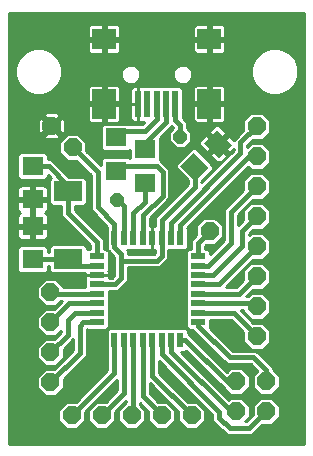
<source format=gtl>
G75*
G70*
%OFA0B0*%
%FSLAX24Y24*%
%IPPOS*%
%LPD*%
%AMOC8*
5,1,8,0,0,1.08239X$1,22.5*
%
%ADD10R,0.0500X0.0200*%
%ADD11R,0.0200X0.0500*%
%ADD12R,0.0710X0.0630*%
%ADD13R,0.0630X0.0709*%
%ADD14OC8,0.0600*%
%ADD15C,0.0120*%
%ADD16R,0.0709X0.0630*%
%ADD17R,0.0787X0.0709*%
%ADD18R,0.0787X0.0984*%
%ADD19R,0.0197X0.0906*%
%ADD20R,0.0945X0.0669*%
%ADD21C,0.0160*%
%ADD22C,0.0100*%
%ADD23OC8,0.0436*%
D10*
X003408Y004551D03*
X003408Y004866D03*
X003408Y005181D03*
X003408Y005496D03*
X003408Y005811D03*
X003408Y006126D03*
X003408Y006441D03*
X003408Y006756D03*
X006788Y006756D03*
X006788Y006441D03*
X006788Y006126D03*
X006788Y005811D03*
X006788Y005496D03*
X006788Y005181D03*
X006788Y004866D03*
X006788Y004551D03*
D11*
X006200Y003964D03*
X005885Y003964D03*
X005570Y003964D03*
X005255Y003964D03*
X004940Y003964D03*
X004626Y003964D03*
X004311Y003964D03*
X003996Y003964D03*
X003996Y007344D03*
X004311Y007344D03*
X004626Y007344D03*
X004940Y007344D03*
X005255Y007344D03*
X005570Y007344D03*
X005885Y007344D03*
X006200Y007344D03*
D12*
X005011Y009196D03*
X005011Y010316D03*
X004047Y010709D03*
X004047Y009590D03*
D13*
G36*
X006196Y009747D02*
X006642Y010193D01*
X007142Y009693D01*
X006696Y009247D01*
X006196Y009747D01*
G37*
G36*
X006975Y010527D02*
X007421Y010973D01*
X007921Y010473D01*
X007475Y010027D01*
X006975Y010527D01*
G37*
D14*
X008751Y010091D03*
X008751Y011091D03*
X008751Y009091D03*
X008751Y008091D03*
X008751Y007091D03*
X008751Y006091D03*
X008751Y005091D03*
X008751Y004091D03*
X009055Y002579D03*
X009055Y001579D03*
X008055Y001579D03*
X008055Y002579D03*
X006578Y001449D03*
X005578Y001449D03*
X004578Y001449D03*
X003578Y001449D03*
X002578Y001449D03*
X001862Y002547D03*
X001862Y003547D03*
X001862Y004547D03*
X001862Y005547D03*
X007177Y007591D03*
D15*
X002430Y010348D02*
X002370Y010288D01*
X002370Y010486D01*
X002510Y010626D01*
X002708Y010626D01*
X002848Y010486D01*
X002848Y010288D01*
X002708Y010148D01*
X002510Y010148D01*
X002370Y010288D01*
X002460Y010325D01*
X002460Y010449D01*
X002547Y010536D01*
X002671Y010536D01*
X002758Y010449D01*
X002758Y010325D01*
X002671Y010238D01*
X002547Y010238D01*
X002460Y010325D01*
X002550Y010362D01*
X002550Y010412D01*
X002584Y010446D01*
X002634Y010446D01*
X002668Y010412D01*
X002668Y010362D01*
X002634Y010328D01*
X002584Y010328D01*
X002550Y010362D01*
X001723Y011055D02*
X001663Y010995D01*
X001663Y011193D01*
X001803Y011333D01*
X002001Y011333D01*
X002141Y011193D01*
X002141Y010995D01*
X002001Y010855D01*
X001803Y010855D01*
X001663Y010995D01*
X001753Y011032D01*
X001753Y011156D01*
X001840Y011243D01*
X001964Y011243D01*
X002051Y011156D01*
X002051Y011032D01*
X001964Y010945D01*
X001840Y010945D01*
X001753Y011032D01*
X001843Y011069D01*
X001843Y011119D01*
X001877Y011153D01*
X001927Y011153D01*
X001961Y011119D01*
X001961Y011069D01*
X001927Y011035D01*
X001877Y011035D01*
X001843Y011069D01*
D16*
X001271Y009756D03*
X001271Y008654D03*
X001271Y007748D03*
X001271Y006646D03*
D17*
X003653Y013992D03*
X007157Y013992D03*
D18*
X007157Y011827D03*
X003653Y011827D03*
D19*
X004775Y011827D03*
X005090Y011827D03*
X005405Y011827D03*
X005720Y011827D03*
X006035Y011827D03*
D20*
X002452Y008909D03*
X002452Y006665D03*
D21*
X002433Y006646D01*
X001271Y006646D01*
X001862Y005547D02*
X001913Y005496D01*
X003408Y005496D01*
X003408Y005181D02*
X002496Y005181D01*
X001862Y004547D01*
X002452Y004638D02*
X002452Y004138D01*
X001862Y003547D01*
X002846Y003531D02*
X001862Y002547D01*
X002578Y001449D02*
X003996Y002866D01*
X003996Y003964D01*
X004311Y003964D02*
X004311Y002181D01*
X003578Y001449D01*
X004578Y001449D02*
X004626Y001496D01*
X004626Y003964D01*
X004940Y003964D02*
X004940Y002087D01*
X005578Y001449D01*
X006578Y001449D02*
X005255Y002772D01*
X005255Y003964D01*
X005570Y003964D02*
X005570Y003488D01*
X007492Y001567D01*
X007492Y001370D01*
X007846Y001016D01*
X008492Y001016D01*
X009055Y001579D01*
X009055Y002579D02*
X009055Y002957D01*
X008633Y003378D01*
X007846Y003378D01*
X006788Y004436D01*
X006788Y004551D01*
X006788Y004866D02*
X007976Y004866D01*
X008751Y004091D01*
X008751Y005091D02*
X008661Y005181D01*
X006788Y005181D01*
X006788Y005496D02*
X008157Y005496D01*
X008751Y006091D01*
X008751Y007091D02*
X007472Y005811D01*
X006788Y005811D01*
X006788Y006126D02*
X007287Y006126D01*
X008240Y007079D01*
X008240Y007579D01*
X008751Y008091D01*
X007885Y008224D02*
X008751Y009091D01*
X008751Y010091D02*
X008496Y010091D01*
X006200Y007795D01*
X006200Y007344D01*
X005885Y007344D02*
X005885Y007874D01*
X008200Y010189D01*
X008200Y010543D01*
X008748Y011091D01*
X008751Y011091D01*
X007885Y008224D02*
X007885Y007197D01*
X007129Y006441D01*
X006788Y006441D01*
X006788Y006756D02*
X006788Y007202D01*
X007177Y007591D01*
X006669Y009051D02*
X005570Y007953D01*
X005570Y007344D01*
X005570Y006772D01*
X005405Y006606D01*
X004224Y006606D01*
X004224Y006823D01*
X003996Y007051D01*
X003996Y007344D01*
X003996Y007819D01*
X003437Y008378D01*
X003437Y009559D01*
X002609Y010387D01*
X001803Y009756D02*
X002452Y009106D01*
X002452Y008909D01*
X002452Y008181D01*
X003408Y007225D01*
X003408Y006756D01*
X003408Y006441D02*
X002677Y006441D01*
X002452Y006665D01*
X003408Y005811D02*
X004019Y005811D01*
X004224Y006016D01*
X004224Y006606D01*
X004311Y007344D02*
X004311Y008409D01*
X004086Y008634D01*
X004626Y008189D02*
X004626Y007344D01*
X004940Y007344D02*
X004940Y008110D01*
X005602Y008772D01*
X005602Y009559D01*
X005405Y009756D01*
X004213Y009756D01*
X004047Y009590D01*
X004047Y010709D02*
X004274Y010937D01*
X005031Y010937D01*
X005405Y011311D01*
X005405Y011827D01*
X005720Y011827D02*
X005720Y011232D01*
X005011Y010524D01*
X005011Y010316D01*
X005011Y009196D02*
X005011Y008575D01*
X004626Y008189D01*
X006192Y010740D02*
X006192Y011134D01*
X006035Y011291D01*
X006035Y011827D01*
X006669Y009720D02*
X006669Y009051D01*
X003408Y004866D02*
X002681Y004866D01*
X002452Y004638D01*
X002846Y004441D02*
X002956Y004551D01*
X003408Y004551D01*
X002846Y004441D02*
X002846Y003531D01*
X005885Y003567D02*
X005885Y003964D01*
X006200Y003964D02*
X006355Y003964D01*
X007740Y002579D01*
X008055Y002579D01*
X008055Y001579D02*
X007874Y001579D01*
X005885Y003567D01*
X001803Y009756D02*
X001271Y009756D01*
D22*
X000484Y000504D02*
X010326Y000504D01*
X010326Y014874D01*
X000484Y014874D01*
X000484Y000504D01*
X010326Y000504D01*
X010326Y000602D02*
X000484Y000602D01*
X000484Y000701D02*
X010326Y000701D01*
X010326Y000800D02*
X008601Y000800D01*
X008587Y000786D02*
X008930Y001129D01*
X009241Y001129D01*
X009505Y001392D01*
X009505Y001765D01*
X009241Y002029D01*
X008868Y002029D01*
X008605Y001765D01*
X008605Y001454D01*
X008396Y001246D01*
X008358Y001246D01*
X008505Y001392D01*
X008505Y001765D01*
X008241Y002029D01*
X007868Y002029D01*
X007809Y001969D01*
X006214Y003564D01*
X006362Y003564D01*
X006396Y003597D01*
X007644Y002349D01*
X007648Y002349D01*
X007868Y002129D01*
X008241Y002129D01*
X008505Y002392D01*
X008505Y002765D01*
X008241Y003029D01*
X007868Y003029D01*
X007742Y002902D01*
X006585Y004059D01*
X006450Y004193D01*
X006450Y004276D01*
X006362Y004364D01*
X006038Y004364D01*
X005723Y004364D01*
X005408Y004364D01*
X005093Y004364D01*
X004778Y004364D01*
X004463Y004364D01*
X004148Y004364D01*
X003833Y004364D01*
X003746Y004276D01*
X003746Y003651D01*
X003766Y003631D01*
X003766Y002961D01*
X002703Y001899D01*
X002392Y001899D01*
X002128Y001635D01*
X002128Y001262D01*
X002392Y000999D01*
X002765Y000999D01*
X003028Y001262D01*
X003028Y001574D01*
X004081Y002626D01*
X004081Y002276D01*
X003703Y001899D01*
X003392Y001899D01*
X003128Y001635D01*
X003128Y001262D01*
X003392Y000999D01*
X003765Y000999D01*
X004028Y001262D01*
X004028Y001574D01*
X004396Y001941D01*
X004396Y001899D01*
X004392Y001899D01*
X004128Y001635D01*
X004128Y001262D01*
X004392Y000999D01*
X004765Y000999D01*
X005028Y001262D01*
X005028Y001635D01*
X004855Y001808D01*
X004855Y001846D01*
X005128Y001574D01*
X005128Y001262D01*
X005392Y000999D01*
X005765Y000999D01*
X006028Y001262D01*
X006028Y001635D01*
X005765Y001899D01*
X005454Y001899D01*
X005170Y002182D01*
X005170Y002531D01*
X006128Y001574D01*
X006128Y001262D01*
X006392Y000999D01*
X006765Y000999D01*
X007028Y001262D01*
X007028Y001635D01*
X006765Y001899D01*
X006454Y001899D01*
X005485Y002867D01*
X005485Y003248D01*
X007262Y001472D01*
X007262Y001465D01*
X007262Y001275D01*
X007616Y000920D01*
X007751Y000786D01*
X008396Y000786D01*
X008587Y000786D01*
X008699Y000898D02*
X010326Y000898D01*
X010326Y000997D02*
X008798Y000997D01*
X008896Y001095D02*
X010326Y001095D01*
X010326Y001194D02*
X009306Y001194D01*
X009405Y001292D02*
X010326Y001292D01*
X010326Y001391D02*
X009503Y001391D01*
X009505Y001489D02*
X010326Y001489D01*
X010326Y001588D02*
X009505Y001588D01*
X009505Y001686D02*
X010326Y001686D01*
X010326Y001785D02*
X009485Y001785D01*
X009386Y001884D02*
X010326Y001884D01*
X010326Y001982D02*
X009288Y001982D01*
X009241Y002129D02*
X009505Y002392D01*
X009505Y002765D01*
X009285Y002985D01*
X009285Y003052D01*
X009150Y003187D01*
X008729Y003608D01*
X008538Y003608D01*
X007941Y003608D01*
X007174Y004375D01*
X007188Y004389D01*
X007188Y004636D01*
X007881Y004636D01*
X008301Y004215D01*
X008301Y003904D01*
X008565Y003641D01*
X008938Y003641D01*
X009201Y003904D01*
X009201Y004277D01*
X008938Y004541D01*
X008627Y004541D01*
X008216Y004951D01*
X008301Y004951D01*
X008301Y004904D01*
X008565Y004641D01*
X008938Y004641D01*
X009201Y004904D01*
X009201Y005277D01*
X008938Y005541D01*
X008565Y005541D01*
X008436Y005411D01*
X008397Y005411D01*
X008627Y005641D01*
X008938Y005641D01*
X009201Y005904D01*
X009201Y006277D01*
X008938Y006541D01*
X008565Y006541D01*
X008301Y006277D01*
X008301Y005966D01*
X008062Y005726D01*
X007712Y005726D01*
X008627Y006641D01*
X008938Y006641D01*
X009201Y006904D01*
X009201Y007277D01*
X008938Y007541D01*
X008565Y007541D01*
X008470Y007445D01*
X008470Y007483D01*
X008627Y007641D01*
X008938Y007641D01*
X009201Y007904D01*
X009201Y008277D01*
X008938Y008541D01*
X008565Y008541D01*
X008301Y008277D01*
X008301Y007966D01*
X008115Y007780D01*
X008115Y008129D01*
X008627Y008641D01*
X008938Y008641D01*
X009201Y008904D01*
X009201Y009277D01*
X008938Y009541D01*
X008565Y009541D01*
X008301Y009277D01*
X008301Y008966D01*
X007655Y008320D01*
X007655Y008129D01*
X007655Y007292D01*
X007188Y006825D01*
X007188Y006918D01*
X007100Y007006D01*
X007018Y007006D01*
X007018Y007107D01*
X007052Y007141D01*
X007363Y007141D01*
X007627Y007404D01*
X007627Y007777D01*
X007363Y008041D01*
X006990Y008041D01*
X006727Y007777D01*
X006727Y007466D01*
X006693Y007432D01*
X006693Y007432D01*
X006558Y007297D01*
X006558Y007006D01*
X006476Y007006D01*
X006388Y006918D01*
X006388Y006594D01*
X006388Y006279D01*
X006388Y005964D01*
X006388Y005649D01*
X006388Y005334D01*
X006388Y005019D01*
X006388Y004704D01*
X006388Y004389D01*
X006476Y004301D01*
X006597Y004301D01*
X006693Y004206D01*
X007751Y003148D01*
X007941Y003148D01*
X008538Y003148D01*
X008763Y002923D01*
X008605Y002765D01*
X008605Y002392D01*
X008868Y002129D01*
X009241Y002129D01*
X009291Y002179D02*
X010326Y002179D01*
X010326Y002081D02*
X007697Y002081D01*
X007598Y002179D02*
X007818Y002179D01*
X007719Y002278D02*
X007500Y002278D01*
X007401Y002376D02*
X007617Y002376D01*
X007518Y002475D02*
X007303Y002475D01*
X007204Y002573D02*
X007420Y002573D01*
X007321Y002672D02*
X007106Y002672D01*
X007007Y002770D02*
X007223Y002770D01*
X007124Y002869D02*
X006908Y002869D01*
X006810Y002968D02*
X007026Y002968D01*
X006927Y003066D02*
X006711Y003066D01*
X006613Y003165D02*
X006829Y003165D01*
X006730Y003263D02*
X006514Y003263D01*
X006416Y003362D02*
X006631Y003362D01*
X006533Y003460D02*
X006317Y003460D01*
X006219Y003559D02*
X006434Y003559D01*
X006789Y003854D02*
X007044Y003854D01*
X007143Y003756D02*
X006888Y003756D01*
X006986Y003657D02*
X007241Y003657D01*
X007340Y003559D02*
X007085Y003559D01*
X007183Y003460D02*
X007438Y003460D01*
X007537Y003362D02*
X007282Y003362D01*
X007380Y003263D02*
X007636Y003263D01*
X007734Y003165D02*
X007479Y003165D01*
X007578Y003066D02*
X008620Y003066D01*
X008719Y002968D02*
X008302Y002968D01*
X008401Y002869D02*
X008709Y002869D01*
X008610Y002770D02*
X008499Y002770D01*
X008505Y002672D02*
X008605Y002672D01*
X008605Y002573D02*
X008505Y002573D01*
X008505Y002475D02*
X008605Y002475D01*
X008621Y002376D02*
X008489Y002376D01*
X008390Y002278D02*
X008719Y002278D01*
X008818Y002179D02*
X008291Y002179D01*
X008288Y001982D02*
X008822Y001982D01*
X008723Y001884D02*
X008386Y001884D01*
X008485Y001785D02*
X008625Y001785D01*
X008605Y001686D02*
X008505Y001686D01*
X008505Y001588D02*
X008605Y001588D01*
X008605Y001489D02*
X008505Y001489D01*
X008503Y001391D02*
X008542Y001391D01*
X008443Y001292D02*
X008405Y001292D01*
X007822Y001982D02*
X007795Y001982D01*
X007244Y001489D02*
X007028Y001489D01*
X007028Y001391D02*
X007262Y001391D01*
X007262Y001292D02*
X007028Y001292D01*
X006960Y001194D02*
X007343Y001194D01*
X007441Y001095D02*
X006861Y001095D01*
X007028Y001588D02*
X007145Y001588D01*
X007047Y001686D02*
X006977Y001686D01*
X006948Y001785D02*
X006878Y001785D01*
X006850Y001884D02*
X006780Y001884D01*
X006751Y001982D02*
X006370Y001982D01*
X006272Y002081D02*
X006653Y002081D01*
X006554Y002179D02*
X006173Y002179D01*
X006075Y002278D02*
X006456Y002278D01*
X006357Y002376D02*
X005976Y002376D01*
X005877Y002475D02*
X006259Y002475D01*
X006160Y002573D02*
X005779Y002573D01*
X005680Y002672D02*
X006061Y002672D01*
X005963Y002770D02*
X005582Y002770D01*
X005485Y002869D02*
X005864Y002869D01*
X005766Y002968D02*
X005485Y002968D01*
X005485Y003066D02*
X005667Y003066D01*
X005569Y003165D02*
X005485Y003165D01*
X005227Y002475D02*
X005170Y002475D01*
X005170Y002376D02*
X005326Y002376D01*
X005424Y002278D02*
X005170Y002278D01*
X005173Y002179D02*
X005523Y002179D01*
X005621Y002081D02*
X005272Y002081D01*
X005370Y001982D02*
X005720Y001982D01*
X005780Y001884D02*
X005818Y001884D01*
X005878Y001785D02*
X005917Y001785D01*
X005977Y001686D02*
X006015Y001686D01*
X006028Y001588D02*
X006114Y001588D01*
X006128Y001489D02*
X006028Y001489D01*
X006028Y001391D02*
X006128Y001391D01*
X006128Y001292D02*
X006028Y001292D01*
X005960Y001194D02*
X006197Y001194D01*
X006295Y001095D02*
X005861Y001095D01*
X005295Y001095D02*
X004861Y001095D01*
X004960Y001194D02*
X005197Y001194D01*
X005128Y001292D02*
X005028Y001292D01*
X005028Y001391D02*
X005128Y001391D01*
X005128Y001489D02*
X005028Y001489D01*
X005028Y001588D02*
X005114Y001588D01*
X005015Y001686D02*
X004977Y001686D01*
X004917Y001785D02*
X004878Y001785D01*
X004377Y001884D02*
X004338Y001884D01*
X004278Y001785D02*
X004240Y001785D01*
X004180Y001686D02*
X004141Y001686D01*
X004128Y001588D02*
X004043Y001588D01*
X004028Y001489D02*
X004128Y001489D01*
X004128Y001391D02*
X004028Y001391D01*
X004028Y001292D02*
X004128Y001292D01*
X004197Y001194D02*
X003960Y001194D01*
X003861Y001095D02*
X004295Y001095D01*
X003786Y001982D02*
X003437Y001982D01*
X003377Y001884D02*
X003338Y001884D01*
X003278Y001785D02*
X003240Y001785D01*
X003180Y001686D02*
X003141Y001686D01*
X003128Y001588D02*
X003043Y001588D01*
X003028Y001489D02*
X003128Y001489D01*
X003128Y001391D02*
X003028Y001391D01*
X003028Y001292D02*
X003128Y001292D01*
X003197Y001194D02*
X002960Y001194D01*
X002861Y001095D02*
X003295Y001095D01*
X003535Y002081D02*
X003885Y002081D01*
X003983Y002179D02*
X003634Y002179D01*
X003732Y002278D02*
X004081Y002278D01*
X004081Y002376D02*
X003831Y002376D01*
X003929Y002475D02*
X004081Y002475D01*
X004081Y002573D02*
X004028Y002573D01*
X003673Y002869D02*
X002509Y002869D01*
X002607Y002968D02*
X003766Y002968D01*
X003766Y003066D02*
X002706Y003066D01*
X002804Y003165D02*
X003766Y003165D01*
X003766Y003263D02*
X002903Y003263D01*
X003001Y003362D02*
X003766Y003362D01*
X003766Y003460D02*
X003076Y003460D01*
X003076Y003436D02*
X003076Y003627D01*
X003076Y004321D01*
X003096Y004301D01*
X003720Y004301D01*
X003808Y004389D01*
X003808Y004713D01*
X003808Y005028D01*
X003808Y005343D01*
X003808Y005581D01*
X004114Y005581D01*
X004249Y005716D01*
X004454Y005920D01*
X004454Y006111D01*
X004454Y006376D01*
X005310Y006376D01*
X005500Y006376D01*
X005666Y006542D01*
X005800Y006676D01*
X005800Y006944D01*
X006047Y006944D01*
X006362Y006944D01*
X006450Y007031D01*
X006450Y007656D01*
X006430Y007676D01*
X006430Y007700D01*
X008468Y009738D01*
X008565Y009641D01*
X008938Y009641D01*
X009201Y009904D01*
X009201Y010277D01*
X008938Y010541D01*
X008565Y010541D01*
X008430Y010406D01*
X008430Y010448D01*
X008623Y010641D01*
X008938Y010641D01*
X009201Y010904D01*
X009201Y011277D01*
X008938Y011541D01*
X008565Y011541D01*
X008301Y011277D01*
X008301Y010970D01*
X008105Y010773D01*
X007970Y010639D01*
X007970Y010635D01*
X007812Y010793D01*
X007519Y010500D01*
X007448Y010571D01*
X007378Y010500D01*
X007056Y010821D01*
X006855Y010620D01*
X006835Y010586D01*
X006825Y010548D01*
X006825Y010508D01*
X006835Y010470D01*
X006855Y010436D01*
X007084Y010206D01*
X007378Y010500D01*
X007448Y010429D01*
X007155Y010136D01*
X007384Y009907D01*
X007418Y009887D01*
X007456Y009877D01*
X007496Y009877D01*
X007534Y009887D01*
X007568Y009907D01*
X007770Y010108D01*
X007448Y010429D01*
X007519Y010500D01*
X007840Y010179D01*
X007970Y010309D01*
X007970Y010284D01*
X006899Y009213D01*
X006899Y009237D01*
X007292Y009630D01*
X007292Y009755D01*
X006703Y010344D01*
X006579Y010344D01*
X006046Y009810D01*
X006046Y009686D01*
X006439Y009293D01*
X006439Y009146D01*
X005475Y008183D01*
X005340Y008048D01*
X005340Y007744D01*
X005256Y007744D01*
X005256Y007344D01*
X005255Y007344D01*
X005255Y007744D01*
X005170Y007744D01*
X005170Y008015D01*
X005832Y008676D01*
X005832Y008867D01*
X005832Y009654D01*
X005697Y009789D01*
X005635Y009851D01*
X005516Y009970D01*
X005516Y010693D01*
X005511Y010698D01*
X005907Y011094D01*
X005962Y011039D01*
X005962Y011030D01*
X005825Y010892D01*
X005825Y010588D01*
X006040Y010372D01*
X006345Y010372D01*
X006560Y010588D01*
X006560Y010892D01*
X006422Y011030D01*
X006422Y011229D01*
X006288Y011364D01*
X006283Y011368D01*
X006283Y012342D01*
X006196Y012429D01*
X005881Y012429D01*
X005566Y012429D01*
X005251Y012429D01*
X004929Y012429D01*
X004922Y012422D01*
X004893Y012429D01*
X004775Y012429D01*
X004657Y012429D01*
X004619Y012419D01*
X004585Y012400D01*
X004557Y012372D01*
X004537Y012337D01*
X004527Y012299D01*
X004527Y011827D01*
X004775Y011827D01*
X004775Y012429D01*
X004775Y011827D01*
X004775Y011827D01*
X004775Y011827D01*
X004527Y011827D01*
X004527Y011354D01*
X004537Y011316D01*
X004557Y011282D01*
X004585Y011254D01*
X004619Y011234D01*
X004657Y011224D01*
X004775Y011224D01*
X004775Y011826D01*
X004775Y011826D01*
X004775Y011224D01*
X004893Y011224D01*
X004922Y011232D01*
X004929Y011224D01*
X004993Y011224D01*
X004936Y011167D01*
X004471Y011167D01*
X004464Y011174D01*
X003630Y011174D01*
X003542Y011087D01*
X003542Y010332D01*
X003630Y010244D01*
X004464Y010244D01*
X004506Y010287D01*
X004506Y010012D01*
X004464Y010055D01*
X003630Y010055D01*
X003542Y009967D01*
X003542Y009779D01*
X003059Y010262D01*
X003059Y010573D01*
X002795Y010836D01*
X002423Y010836D01*
X002159Y010573D01*
X002159Y010200D01*
X002423Y009937D01*
X002734Y009937D01*
X003207Y009464D01*
X003207Y008283D01*
X003341Y008148D01*
X003341Y008148D01*
X003766Y007724D01*
X003766Y007676D01*
X003746Y007656D01*
X003746Y007031D01*
X003766Y007011D01*
X003766Y006960D01*
X003720Y007006D01*
X003638Y007006D01*
X003638Y007321D01*
X003503Y007455D01*
X002682Y008276D01*
X002682Y008425D01*
X002987Y008425D01*
X003075Y008513D01*
X003075Y009306D01*
X002987Y009394D01*
X002490Y009394D01*
X001898Y009986D01*
X001775Y009986D01*
X001775Y010133D01*
X001688Y010221D01*
X000855Y010221D01*
X000767Y010133D01*
X000767Y009379D01*
X000855Y009291D01*
X001688Y009291D01*
X001775Y009379D01*
X001775Y009458D01*
X001879Y009355D01*
X001830Y009306D01*
X001830Y008513D01*
X001918Y008425D01*
X002222Y008425D01*
X002222Y008276D01*
X002222Y008086D01*
X003178Y007130D01*
X003178Y007006D01*
X003096Y007006D01*
X003075Y006985D01*
X003075Y007062D01*
X002987Y007150D01*
X001918Y007150D01*
X001830Y007062D01*
X001830Y006876D01*
X001775Y006876D01*
X001775Y007023D01*
X001688Y007111D01*
X000855Y007111D01*
X000767Y007023D01*
X000767Y006269D01*
X000855Y006181D01*
X001688Y006181D01*
X001775Y006269D01*
X001775Y006416D01*
X001830Y006416D01*
X001830Y006269D01*
X001918Y006181D01*
X002987Y006181D01*
X003008Y006202D01*
X003008Y006126D01*
X003408Y006126D01*
X003808Y006126D01*
X003808Y006246D01*
X003801Y006272D01*
X003808Y006279D01*
X003808Y006603D01*
X003808Y006914D01*
X003900Y006821D01*
X003994Y006728D01*
X003994Y006702D01*
X003994Y006511D01*
X003994Y006111D01*
X003924Y006041D01*
X003808Y006041D01*
X003808Y006126D01*
X003408Y006126D01*
X003408Y006126D01*
X003408Y006126D01*
X003008Y006126D01*
X003008Y006006D01*
X003015Y005980D01*
X003008Y005973D01*
X003008Y005726D01*
X002312Y005726D01*
X002312Y005734D01*
X002048Y005997D01*
X001675Y005997D01*
X001412Y005734D01*
X001412Y005361D01*
X001675Y005097D01*
X002048Y005097D01*
X002217Y005266D01*
X002255Y005266D01*
X001986Y004997D01*
X001675Y004997D01*
X001412Y004734D01*
X001412Y004361D01*
X001675Y004097D01*
X002048Y004097D01*
X002222Y004271D01*
X002222Y004233D01*
X001986Y003997D01*
X001675Y003997D01*
X001412Y003734D01*
X001412Y003361D01*
X001675Y003097D01*
X002048Y003097D01*
X002312Y003361D01*
X002312Y003672D01*
X002616Y003976D01*
X002616Y003627D01*
X001986Y002997D01*
X001675Y002997D01*
X001412Y002734D01*
X001412Y002361D01*
X001675Y002097D01*
X002048Y002097D01*
X002312Y002361D01*
X002312Y002672D01*
X003476Y002672D01*
X003378Y002573D02*
X002312Y002573D01*
X002312Y002475D02*
X003279Y002475D01*
X003180Y002376D02*
X002312Y002376D01*
X002229Y002278D02*
X003082Y002278D01*
X002983Y002179D02*
X002130Y002179D01*
X002377Y001884D02*
X000484Y001884D01*
X000484Y001982D02*
X002786Y001982D01*
X002885Y002081D02*
X000484Y002081D01*
X000484Y002179D02*
X001593Y002179D01*
X001495Y002278D02*
X000484Y002278D01*
X000484Y002376D02*
X001412Y002376D01*
X001412Y002475D02*
X000484Y002475D01*
X000484Y002573D02*
X001412Y002573D01*
X001412Y002672D02*
X000484Y002672D01*
X000484Y002770D02*
X001449Y002770D01*
X001547Y002869D02*
X000484Y002869D01*
X000484Y002968D02*
X001646Y002968D01*
X001608Y003165D02*
X000484Y003165D01*
X000484Y003263D02*
X001509Y003263D01*
X001412Y003362D02*
X000484Y003362D01*
X000484Y003460D02*
X001412Y003460D01*
X001412Y003559D02*
X000484Y003559D01*
X000484Y003657D02*
X001412Y003657D01*
X001434Y003756D02*
X000484Y003756D01*
X000484Y003854D02*
X001533Y003854D01*
X001631Y003953D02*
X000484Y003953D01*
X000484Y004051D02*
X002041Y004051D01*
X002101Y004150D02*
X002139Y004150D01*
X002199Y004249D02*
X002222Y004249D01*
X002494Y003854D02*
X002616Y003854D01*
X002616Y003756D02*
X002396Y003756D01*
X002312Y003657D02*
X002616Y003657D01*
X002548Y003559D02*
X002312Y003559D01*
X002312Y003460D02*
X002450Y003460D01*
X002351Y003362D02*
X002312Y003362D01*
X002252Y003263D02*
X002214Y003263D01*
X002154Y003165D02*
X002115Y003165D01*
X002055Y003066D02*
X000484Y003066D01*
X000484Y004150D02*
X001623Y004150D01*
X001524Y004249D02*
X000484Y004249D01*
X000484Y004347D02*
X001425Y004347D01*
X001412Y004446D02*
X000484Y004446D01*
X000484Y004544D02*
X001412Y004544D01*
X001412Y004643D02*
X000484Y004643D01*
X000484Y004741D02*
X001419Y004741D01*
X001518Y004840D02*
X000484Y004840D01*
X000484Y004938D02*
X001616Y004938D01*
X001637Y005135D02*
X000484Y005135D01*
X000484Y005037D02*
X002026Y005037D01*
X002086Y005135D02*
X002125Y005135D01*
X002185Y005234D02*
X002223Y005234D01*
X002312Y005727D02*
X003008Y005727D01*
X003008Y005825D02*
X002220Y005825D01*
X002121Y005924D02*
X003008Y005924D01*
X003008Y006022D02*
X000484Y006022D01*
X000484Y005924D02*
X001602Y005924D01*
X001503Y005825D02*
X000484Y005825D01*
X000484Y005727D02*
X001412Y005727D01*
X001412Y005628D02*
X000484Y005628D01*
X000484Y005530D02*
X001412Y005530D01*
X001412Y005431D02*
X000484Y005431D01*
X000484Y005333D02*
X001440Y005333D01*
X001539Y005234D02*
X000484Y005234D01*
X000484Y006121D02*
X003008Y006121D01*
X003075Y007008D02*
X003178Y007008D01*
X003178Y007106D02*
X003030Y007106D01*
X003103Y007205D02*
X000484Y007205D01*
X000484Y007303D02*
X000841Y007303D01*
X000825Y007313D02*
X000859Y007293D01*
X000897Y007283D01*
X001221Y007283D01*
X001221Y007698D01*
X000767Y007698D01*
X000767Y007413D01*
X000777Y007375D01*
X000797Y007341D01*
X000825Y007313D01*
X000770Y007402D02*
X000484Y007402D01*
X000484Y007501D02*
X000767Y007501D01*
X000767Y007599D02*
X000484Y007599D01*
X000484Y007698D02*
X000767Y007698D01*
X000767Y007798D02*
X001221Y007798D01*
X001221Y007698D01*
X001321Y007698D01*
X001321Y007283D01*
X001645Y007283D01*
X001683Y007293D01*
X001718Y007313D01*
X001746Y007341D01*
X001765Y007375D01*
X001775Y007413D01*
X001775Y007698D01*
X001321Y007698D01*
X001321Y007798D01*
X001221Y007798D01*
X001221Y008189D01*
X001221Y008603D01*
X001321Y008603D01*
X001321Y008189D01*
X001321Y007798D01*
X001775Y007798D01*
X001775Y008083D01*
X001765Y008121D01*
X001746Y008155D01*
X001718Y008183D01*
X001687Y008201D01*
X001718Y008219D01*
X001746Y008246D01*
X001765Y008281D01*
X001775Y008319D01*
X001775Y008604D01*
X001321Y008604D01*
X001321Y008703D01*
X001775Y008703D01*
X001775Y008988D01*
X001765Y009026D01*
X001746Y009061D01*
X001718Y009089D01*
X001683Y009108D01*
X001645Y009118D01*
X001321Y009118D01*
X001321Y008704D01*
X001221Y008704D01*
X001221Y009118D01*
X000897Y009118D01*
X000859Y009108D01*
X000825Y009089D01*
X000797Y009061D01*
X000777Y009026D01*
X000767Y008988D01*
X000767Y008703D01*
X001221Y008703D01*
X001221Y008604D01*
X000767Y008604D01*
X000767Y008319D01*
X000777Y008281D01*
X000797Y008246D01*
X000825Y008219D01*
X000856Y008201D01*
X000825Y008183D01*
X000797Y008155D01*
X000777Y008121D01*
X000767Y008083D01*
X000767Y007798D01*
X000767Y007895D02*
X000484Y007895D01*
X000484Y007993D02*
X000767Y007993D01*
X000769Y008092D02*
X000484Y008092D01*
X000484Y008190D02*
X000837Y008190D01*
X000775Y008289D02*
X000484Y008289D01*
X000484Y008387D02*
X000767Y008387D01*
X000767Y008486D02*
X000484Y008486D01*
X000484Y008584D02*
X000767Y008584D01*
X000767Y008782D02*
X000484Y008782D01*
X000484Y008880D02*
X000767Y008880D01*
X000767Y008979D02*
X000484Y008979D01*
X000484Y009077D02*
X000813Y009077D01*
X000773Y009373D02*
X000484Y009373D01*
X000484Y009471D02*
X000767Y009471D01*
X000767Y009570D02*
X000484Y009570D01*
X000484Y009668D02*
X000767Y009668D01*
X000767Y009767D02*
X000484Y009767D01*
X000484Y009866D02*
X000767Y009866D01*
X000767Y009964D02*
X000484Y009964D01*
X000484Y010063D02*
X000767Y010063D01*
X000795Y010161D02*
X000484Y010161D01*
X000484Y010260D02*
X002159Y010260D01*
X002159Y010358D02*
X000484Y010358D01*
X000484Y010457D02*
X002159Y010457D01*
X002159Y010555D02*
X000484Y010555D01*
X000484Y010654D02*
X001705Y010654D01*
X001715Y010644D02*
X002088Y010644D01*
X002185Y010740D01*
X001902Y011023D01*
X001973Y011094D01*
X001902Y011164D01*
X002185Y011447D01*
X002088Y011544D01*
X001715Y011544D01*
X001619Y011447D01*
X001902Y011164D01*
X001831Y011094D01*
X001548Y011376D01*
X001452Y011280D01*
X001452Y010907D01*
X001548Y010811D01*
X001831Y011094D01*
X001902Y011023D01*
X001619Y010740D01*
X001715Y010644D01*
X001631Y010752D02*
X000484Y010752D01*
X000484Y010851D02*
X001508Y010851D01*
X001588Y010851D02*
X001730Y010851D01*
X001687Y010950D02*
X001828Y010950D01*
X001786Y011048D02*
X001877Y011048D01*
X001927Y011048D02*
X002018Y011048D01*
X001973Y011094D02*
X002255Y010811D01*
X002352Y010907D01*
X002352Y011280D01*
X002255Y011376D01*
X001973Y011094D01*
X001920Y011147D02*
X002025Y011147D01*
X001983Y011245D02*
X002124Y011245D01*
X002081Y011344D02*
X002223Y011344D01*
X002288Y011344D02*
X003109Y011344D01*
X003109Y011315D02*
X003120Y011277D01*
X003139Y011243D01*
X003167Y011215D01*
X003201Y011195D01*
X003240Y011185D01*
X003603Y011185D01*
X003603Y011777D01*
X003109Y011777D01*
X003109Y011315D01*
X003138Y011245D02*
X002352Y011245D01*
X002352Y011147D02*
X003602Y011147D01*
X003603Y011245D02*
X003703Y011245D01*
X003703Y011185D02*
X004066Y011185D01*
X004105Y011195D01*
X004139Y011215D01*
X004167Y011243D01*
X004186Y011277D01*
X004197Y011315D01*
X004197Y011777D01*
X003703Y011777D01*
X003703Y011877D01*
X003603Y011877D01*
X003603Y012469D01*
X003240Y012469D01*
X003201Y012459D01*
X003167Y012439D01*
X003139Y012411D01*
X003120Y012377D01*
X003109Y012339D01*
X003109Y011877D01*
X003603Y011877D01*
X003603Y011777D01*
X003703Y011777D01*
X003703Y011185D01*
X003703Y011344D02*
X003603Y011344D01*
X003603Y011442D02*
X003703Y011442D01*
X003703Y011541D02*
X003603Y011541D01*
X003603Y011639D02*
X003703Y011639D01*
X003703Y011738D02*
X003603Y011738D01*
X003603Y011836D02*
X000484Y011836D01*
X000484Y011738D02*
X003109Y011738D01*
X003109Y011639D02*
X000484Y011639D01*
X000484Y011541D02*
X001713Y011541D01*
X001624Y011442D02*
X000484Y011442D01*
X000484Y011344D02*
X001516Y011344D01*
X001581Y011344D02*
X001722Y011344D01*
X001680Y011245D02*
X001821Y011245D01*
X001778Y011147D02*
X001884Y011147D01*
X001975Y010950D02*
X002117Y010950D01*
X002074Y010851D02*
X002215Y010851D01*
X002295Y010851D02*
X003542Y010851D01*
X003542Y010752D02*
X002879Y010752D01*
X002978Y010654D02*
X003542Y010654D01*
X003542Y010555D02*
X003059Y010555D01*
X003059Y010457D02*
X003542Y010457D01*
X003542Y010358D02*
X003059Y010358D01*
X003061Y010260D02*
X003614Y010260D01*
X003542Y009964D02*
X003357Y009964D01*
X003455Y009866D02*
X003542Y009866D01*
X003258Y010063D02*
X004506Y010063D01*
X004506Y010161D02*
X003160Y010161D01*
X002903Y009767D02*
X002117Y009767D01*
X002215Y009668D02*
X003002Y009668D01*
X003100Y009570D02*
X002314Y009570D01*
X002412Y009471D02*
X003199Y009471D01*
X003207Y009373D02*
X003008Y009373D01*
X003075Y009274D02*
X003207Y009274D01*
X003207Y009176D02*
X003075Y009176D01*
X003075Y009077D02*
X003207Y009077D01*
X003207Y008979D02*
X003075Y008979D01*
X003075Y008880D02*
X003207Y008880D01*
X003207Y008782D02*
X003075Y008782D01*
X003075Y008683D02*
X003207Y008683D01*
X003207Y008584D02*
X003075Y008584D01*
X003048Y008486D02*
X003207Y008486D01*
X003207Y008387D02*
X002682Y008387D01*
X002682Y008289D02*
X003207Y008289D01*
X003299Y008190D02*
X002768Y008190D01*
X002867Y008092D02*
X003397Y008092D01*
X003496Y007993D02*
X002965Y007993D01*
X003064Y007895D02*
X003595Y007895D01*
X003693Y007796D02*
X003162Y007796D01*
X003261Y007698D02*
X003766Y007698D01*
X003746Y007599D02*
X003360Y007599D01*
X003458Y007501D02*
X003746Y007501D01*
X003746Y007402D02*
X003557Y007402D01*
X003638Y007303D02*
X003746Y007303D01*
X003746Y007205D02*
X003638Y007205D01*
X003638Y007106D02*
X003746Y007106D01*
X003766Y007008D02*
X003638Y007008D01*
X003808Y006909D02*
X003812Y006909D01*
X003808Y006811D02*
X003911Y006811D01*
X003994Y006712D02*
X003808Y006712D01*
X003808Y006614D02*
X003994Y006614D01*
X003994Y006515D02*
X003808Y006515D01*
X003808Y006417D02*
X003994Y006417D01*
X003994Y006318D02*
X003808Y006318D01*
X003808Y006219D02*
X003994Y006219D01*
X003994Y006121D02*
X003808Y006121D01*
X003808Y005530D02*
X006388Y005530D01*
X006388Y005628D02*
X004162Y005628D01*
X004260Y005727D02*
X006388Y005727D01*
X006388Y005825D02*
X004359Y005825D01*
X004454Y005924D02*
X006388Y005924D01*
X006388Y006022D02*
X004454Y006022D01*
X004454Y006121D02*
X006388Y006121D01*
X006388Y006219D02*
X004454Y006219D01*
X004454Y006318D02*
X006388Y006318D01*
X006388Y006417D02*
X005541Y006417D01*
X005639Y006515D02*
X006388Y006515D01*
X006388Y006614D02*
X005738Y006614D01*
X005800Y006712D02*
X006388Y006712D01*
X006388Y006811D02*
X005800Y006811D01*
X005800Y006909D02*
X006388Y006909D01*
X006427Y007008D02*
X006558Y007008D01*
X006558Y007106D02*
X006450Y007106D01*
X006450Y007205D02*
X006558Y007205D01*
X006564Y007303D02*
X006450Y007303D01*
X006450Y007402D02*
X006663Y007402D01*
X006727Y007501D02*
X006450Y007501D01*
X006450Y007599D02*
X006727Y007599D01*
X006727Y007698D02*
X006430Y007698D01*
X006526Y007796D02*
X006746Y007796D01*
X006844Y007895D02*
X006625Y007895D01*
X006723Y007993D02*
X006943Y007993D01*
X006822Y008092D02*
X007655Y008092D01*
X007655Y008190D02*
X006921Y008190D01*
X007019Y008289D02*
X007655Y008289D01*
X007723Y008387D02*
X007118Y008387D01*
X007216Y008486D02*
X007822Y008486D01*
X007920Y008584D02*
X007315Y008584D01*
X007413Y008683D02*
X008019Y008683D01*
X008117Y008782D02*
X007512Y008782D01*
X007610Y008880D02*
X008216Y008880D01*
X008301Y008979D02*
X007709Y008979D01*
X007807Y009077D02*
X008301Y009077D01*
X008301Y009176D02*
X007906Y009176D01*
X008005Y009274D02*
X008301Y009274D01*
X008397Y009373D02*
X008103Y009373D01*
X008202Y009471D02*
X008496Y009471D01*
X008537Y009668D02*
X008399Y009668D01*
X008300Y009570D02*
X010326Y009570D01*
X010326Y009668D02*
X008966Y009668D01*
X009064Y009767D02*
X010326Y009767D01*
X010326Y009866D02*
X009163Y009866D01*
X009201Y009964D02*
X010326Y009964D01*
X010326Y010063D02*
X009201Y010063D01*
X009201Y010161D02*
X010326Y010161D01*
X010326Y010260D02*
X009201Y010260D01*
X009120Y010358D02*
X010326Y010358D01*
X010326Y010457D02*
X009022Y010457D01*
X008951Y010654D02*
X010326Y010654D01*
X010326Y010752D02*
X009050Y010752D01*
X009148Y010851D02*
X010326Y010851D01*
X010326Y010950D02*
X009201Y010950D01*
X009201Y011048D02*
X010326Y011048D01*
X010326Y011147D02*
X009201Y011147D01*
X009201Y011245D02*
X010326Y011245D01*
X010326Y011344D02*
X009135Y011344D01*
X009036Y011442D02*
X010326Y011442D01*
X010326Y011541D02*
X007701Y011541D01*
X007701Y011639D02*
X010326Y011639D01*
X010326Y011738D02*
X007701Y011738D01*
X007701Y011777D02*
X007207Y011777D01*
X007207Y011877D01*
X007107Y011877D01*
X007107Y012469D01*
X006744Y012469D01*
X006705Y012459D01*
X006671Y012439D01*
X006643Y012411D01*
X006624Y012377D01*
X006613Y012339D01*
X006613Y011877D01*
X007107Y011877D01*
X007107Y011777D01*
X006613Y011777D01*
X006613Y011315D01*
X006624Y011277D01*
X006643Y011243D01*
X006671Y011215D01*
X006705Y011195D01*
X006744Y011185D01*
X007107Y011185D01*
X007107Y011777D01*
X007207Y011777D01*
X007207Y011185D01*
X007570Y011185D01*
X007609Y011195D01*
X007643Y011215D01*
X007671Y011243D01*
X007690Y011277D01*
X007701Y011315D01*
X007701Y011777D01*
X007701Y011877D02*
X007701Y012339D01*
X007690Y012377D01*
X007671Y012411D01*
X007643Y012439D01*
X007609Y012459D01*
X007570Y012469D01*
X007207Y012469D01*
X007207Y011877D01*
X007701Y011877D01*
X007701Y011935D02*
X010326Y011935D01*
X010326Y012034D02*
X007701Y012034D01*
X007701Y012132D02*
X009171Y012132D01*
X009187Y012126D02*
X009497Y012126D01*
X009784Y012244D01*
X010003Y012464D01*
X010122Y012750D01*
X010122Y013061D01*
X010003Y013347D01*
X009784Y013567D01*
X009497Y013685D01*
X009187Y013685D01*
X008900Y013567D01*
X008681Y013347D01*
X008562Y013061D01*
X008562Y012750D01*
X008681Y012464D01*
X008900Y012244D01*
X009187Y012126D01*
X008933Y012231D02*
X007701Y012231D01*
X007701Y012329D02*
X008815Y012329D01*
X008717Y012428D02*
X007654Y012428D01*
X007207Y012428D02*
X007107Y012428D01*
X007107Y012329D02*
X007207Y012329D01*
X007207Y012231D02*
X007107Y012231D01*
X007107Y012132D02*
X007207Y012132D01*
X007207Y012034D02*
X007107Y012034D01*
X007107Y011935D02*
X007207Y011935D01*
X007207Y011836D02*
X010326Y011836D01*
X010326Y012132D02*
X009513Y012132D01*
X009751Y012231D02*
X010326Y012231D01*
X010326Y012329D02*
X009869Y012329D01*
X009967Y012428D02*
X010326Y012428D01*
X010326Y012526D02*
X010029Y012526D01*
X010070Y012625D02*
X010326Y012625D01*
X010326Y012723D02*
X010111Y012723D01*
X010122Y012822D02*
X010326Y012822D01*
X010326Y012920D02*
X010122Y012920D01*
X010122Y013019D02*
X010326Y013019D01*
X010326Y013117D02*
X010098Y013117D01*
X010058Y013216D02*
X010326Y013216D01*
X010326Y013315D02*
X010017Y013315D01*
X009937Y013413D02*
X010326Y013413D01*
X010326Y013512D02*
X009839Y013512D01*
X009679Y013610D02*
X010326Y013610D01*
X010326Y013709D02*
X007701Y013709D01*
X007701Y013618D02*
X007701Y013942D01*
X007207Y013942D01*
X007207Y013488D01*
X007570Y013488D01*
X007609Y013498D01*
X007643Y013518D01*
X007671Y013546D01*
X007690Y013580D01*
X007701Y013618D01*
X007699Y013610D02*
X009005Y013610D01*
X008845Y013512D02*
X007632Y013512D01*
X007701Y013807D02*
X010326Y013807D01*
X010326Y013906D02*
X007701Y013906D01*
X007701Y014042D02*
X007701Y014366D01*
X007690Y014404D01*
X007671Y014439D01*
X007643Y014466D01*
X007609Y014486D01*
X007570Y014496D01*
X007207Y014496D01*
X007207Y014042D01*
X007701Y014042D01*
X007701Y014103D02*
X010326Y014103D01*
X010326Y014201D02*
X007701Y014201D01*
X007701Y014300D02*
X010326Y014300D01*
X010326Y014399D02*
X007692Y014399D01*
X007207Y014399D02*
X007107Y014399D01*
X007107Y014496D02*
X006744Y014496D01*
X006705Y014486D01*
X006671Y014466D01*
X006643Y014439D01*
X006624Y014404D01*
X006613Y014366D01*
X006613Y014042D01*
X007107Y014042D01*
X007107Y013942D01*
X007207Y013942D01*
X007207Y014042D01*
X007107Y014042D01*
X007107Y014496D01*
X007107Y014300D02*
X007207Y014300D01*
X007207Y014201D02*
X007107Y014201D01*
X007107Y014103D02*
X007207Y014103D01*
X007207Y014004D02*
X010326Y014004D01*
X010326Y014497D02*
X000484Y014497D01*
X000484Y014399D02*
X003118Y014399D01*
X003120Y014404D02*
X003109Y014366D01*
X003109Y014042D01*
X003603Y014042D01*
X003603Y013942D01*
X003703Y013942D01*
X003703Y013488D01*
X004066Y013488D01*
X004105Y013498D01*
X004139Y013518D01*
X004167Y013546D01*
X004186Y013580D01*
X004197Y013618D01*
X004197Y013942D01*
X003703Y013942D01*
X003703Y014042D01*
X004197Y014042D01*
X004197Y014366D01*
X004186Y014404D01*
X004167Y014439D01*
X004139Y014466D01*
X004105Y014486D01*
X004066Y014496D01*
X003703Y014496D01*
X003703Y014042D01*
X003603Y014042D01*
X003603Y014496D01*
X003240Y014496D01*
X003201Y014486D01*
X003167Y014466D01*
X003139Y014439D01*
X003120Y014404D01*
X003109Y014300D02*
X000484Y014300D01*
X000484Y014201D02*
X003109Y014201D01*
X003109Y014103D02*
X000484Y014103D01*
X000484Y014004D02*
X003603Y014004D01*
X003603Y013942D02*
X003109Y013942D01*
X003109Y013618D01*
X003120Y013580D01*
X003139Y013546D01*
X003167Y013518D01*
X003201Y013498D01*
X003240Y013488D01*
X003603Y013488D01*
X003603Y013942D01*
X003603Y013906D02*
X003703Y013906D01*
X003703Y014004D02*
X007107Y014004D01*
X007107Y013942D02*
X006613Y013942D01*
X006613Y013618D01*
X006624Y013580D01*
X006643Y013546D01*
X006671Y013518D01*
X006705Y013498D01*
X006744Y013488D01*
X007107Y013488D01*
X007107Y013942D01*
X007107Y013906D02*
X007207Y013906D01*
X007207Y013807D02*
X007107Y013807D01*
X007107Y013709D02*
X007207Y013709D01*
X007207Y013610D02*
X007107Y013610D01*
X007107Y013512D02*
X007207Y013512D01*
X006682Y013512D02*
X004128Y013512D01*
X004195Y013610D02*
X006615Y013610D01*
X006613Y013709D02*
X004197Y013709D01*
X004197Y013807D02*
X006613Y013807D01*
X006613Y013906D02*
X004197Y013906D01*
X004197Y014103D02*
X006613Y014103D01*
X006613Y014201D02*
X004197Y014201D01*
X004197Y014300D02*
X006613Y014300D01*
X006622Y014399D02*
X004188Y014399D01*
X003703Y014399D02*
X003603Y014399D01*
X003603Y014300D02*
X003703Y014300D01*
X003703Y014201D02*
X003603Y014201D01*
X003603Y014103D02*
X003703Y014103D01*
X003703Y013807D02*
X003603Y013807D01*
X003603Y013709D02*
X003703Y013709D01*
X003703Y013610D02*
X003603Y013610D01*
X003603Y013512D02*
X003703Y013512D01*
X003178Y013512D02*
X001965Y013512D01*
X001910Y013567D02*
X001623Y013685D01*
X001313Y013685D01*
X001026Y013567D01*
X000807Y013347D01*
X000688Y013061D01*
X000688Y012750D01*
X000807Y012464D01*
X001026Y012244D01*
X001313Y012126D01*
X001623Y012126D01*
X001910Y012244D01*
X002129Y012464D01*
X002248Y012750D01*
X002248Y013061D01*
X002129Y013347D01*
X001910Y013567D01*
X001805Y013610D02*
X003111Y013610D01*
X003109Y013709D02*
X000484Y013709D01*
X000484Y013807D02*
X003109Y013807D01*
X003109Y013906D02*
X000484Y013906D01*
X000484Y013610D02*
X001131Y013610D01*
X000971Y013512D02*
X000484Y013512D01*
X000484Y013413D02*
X000873Y013413D01*
X000793Y013315D02*
X000484Y013315D01*
X000484Y013216D02*
X000752Y013216D01*
X000712Y013117D02*
X000484Y013117D01*
X000484Y013019D02*
X000688Y013019D01*
X000688Y012920D02*
X000484Y012920D01*
X000484Y012822D02*
X000688Y012822D01*
X000699Y012723D02*
X000484Y012723D01*
X000484Y012625D02*
X000740Y012625D01*
X000781Y012526D02*
X000484Y012526D01*
X000484Y012428D02*
X000843Y012428D01*
X000941Y012329D02*
X000484Y012329D01*
X000484Y012231D02*
X001059Y012231D01*
X001297Y012132D02*
X000484Y012132D01*
X000484Y012034D02*
X003109Y012034D01*
X003109Y012132D02*
X001639Y012132D01*
X001877Y012231D02*
X003109Y012231D01*
X003109Y012329D02*
X001995Y012329D01*
X002093Y012428D02*
X003156Y012428D01*
X003109Y011935D02*
X000484Y011935D01*
X000484Y011245D02*
X001452Y011245D01*
X001452Y011147D02*
X000484Y011147D01*
X000484Y011048D02*
X001452Y011048D01*
X001452Y010950D02*
X000484Y010950D01*
X000484Y009274D02*
X001830Y009274D01*
X001830Y009176D02*
X000484Y009176D01*
X000484Y008683D02*
X001221Y008683D01*
X001221Y008584D02*
X001321Y008584D01*
X001321Y008486D02*
X001221Y008486D01*
X001221Y008387D02*
X001321Y008387D01*
X001321Y008289D02*
X001221Y008289D01*
X001221Y008190D02*
X001321Y008190D01*
X001321Y008092D02*
X001221Y008092D01*
X001221Y007993D02*
X001321Y007993D01*
X001321Y007895D02*
X001221Y007895D01*
X001221Y007796D02*
X000484Y007796D01*
X000484Y007106D02*
X000850Y007106D01*
X000767Y007008D02*
X000484Y007008D01*
X000484Y006909D02*
X000767Y006909D01*
X000767Y006811D02*
X000484Y006811D01*
X000484Y006712D02*
X000767Y006712D01*
X000767Y006614D02*
X000484Y006614D01*
X000484Y006515D02*
X000767Y006515D01*
X000767Y006417D02*
X000484Y006417D01*
X000484Y006318D02*
X000767Y006318D01*
X000816Y006219D02*
X000484Y006219D01*
X001221Y007303D02*
X001321Y007303D01*
X001321Y007402D02*
X001221Y007402D01*
X001221Y007501D02*
X001321Y007501D01*
X001321Y007599D02*
X001221Y007599D01*
X001221Y007698D02*
X001321Y007698D01*
X001321Y007796D02*
X002512Y007796D01*
X002611Y007698D02*
X001775Y007698D01*
X001775Y007599D02*
X002709Y007599D01*
X002808Y007501D02*
X001775Y007501D01*
X001772Y007402D02*
X002906Y007402D01*
X003005Y007303D02*
X001701Y007303D01*
X001692Y007106D02*
X001874Y007106D01*
X001830Y007008D02*
X001775Y007008D01*
X001775Y006909D02*
X001830Y006909D01*
X001830Y006318D02*
X001775Y006318D01*
X001726Y006219D02*
X001879Y006219D01*
X001775Y007895D02*
X002413Y007895D01*
X002315Y007993D02*
X001775Y007993D01*
X001773Y008092D02*
X002222Y008092D01*
X002222Y008190D02*
X001705Y008190D01*
X001767Y008289D02*
X002222Y008289D01*
X002222Y008387D02*
X001775Y008387D01*
X001775Y008486D02*
X001857Y008486D01*
X001830Y008584D02*
X001775Y008584D01*
X001830Y008683D02*
X001321Y008683D01*
X001321Y008782D02*
X001221Y008782D01*
X001221Y008880D02*
X001321Y008880D01*
X001321Y008979D02*
X001221Y008979D01*
X001221Y009077D02*
X001321Y009077D01*
X001729Y009077D02*
X001830Y009077D01*
X001830Y008979D02*
X001775Y008979D01*
X001775Y008880D02*
X001830Y008880D01*
X001830Y008782D02*
X001775Y008782D01*
X001770Y009373D02*
X001861Y009373D01*
X002018Y009866D02*
X002805Y009866D01*
X002395Y009964D02*
X001920Y009964D01*
X001775Y010063D02*
X002297Y010063D01*
X002198Y010161D02*
X001747Y010161D01*
X002098Y010654D02*
X002240Y010654D01*
X002172Y010752D02*
X002339Y010752D01*
X002352Y010950D02*
X003542Y010950D01*
X003542Y011048D02*
X002352Y011048D01*
X002180Y011442D02*
X003109Y011442D01*
X003109Y011541D02*
X002091Y011541D01*
X002155Y012526D02*
X004371Y012526D01*
X004354Y012534D02*
X004262Y012626D01*
X004212Y012746D01*
X004212Y012876D01*
X004262Y012996D01*
X004354Y013088D01*
X004474Y013138D01*
X004604Y013138D01*
X004724Y013088D01*
X004816Y012996D01*
X004866Y012876D01*
X004866Y012746D01*
X004816Y012626D01*
X004724Y012534D01*
X004604Y012484D01*
X004474Y012484D01*
X004354Y012534D01*
X004262Y012625D02*
X002196Y012625D01*
X002237Y012723D02*
X004221Y012723D01*
X004212Y012822D02*
X002248Y012822D01*
X002248Y012920D02*
X004230Y012920D01*
X004284Y013019D02*
X002248Y013019D01*
X002224Y013117D02*
X004424Y013117D01*
X004654Y013117D02*
X006156Y013117D01*
X006206Y013138D02*
X006086Y013088D01*
X005994Y012996D01*
X005944Y012876D01*
X005944Y012746D01*
X005994Y012626D01*
X006086Y012534D01*
X006206Y012484D01*
X006336Y012484D01*
X006456Y012534D01*
X006549Y012626D01*
X006598Y012746D01*
X006598Y012876D01*
X006549Y012996D01*
X006456Y013088D01*
X006336Y013138D01*
X006206Y013138D01*
X006386Y013117D02*
X008586Y013117D01*
X008562Y013019D02*
X006526Y013019D01*
X006580Y012920D02*
X008562Y012920D01*
X008562Y012822D02*
X006598Y012822D01*
X006589Y012723D02*
X008573Y012723D01*
X008614Y012625D02*
X006548Y012625D01*
X006439Y012526D02*
X008655Y012526D01*
X008626Y013216D02*
X002184Y013216D01*
X002143Y013315D02*
X008667Y013315D01*
X008747Y013413D02*
X002063Y013413D01*
X003603Y012428D02*
X003703Y012428D01*
X003703Y012469D02*
X003703Y011877D01*
X004197Y011877D01*
X004197Y012339D01*
X004186Y012377D01*
X004167Y012411D01*
X004139Y012439D01*
X004105Y012459D01*
X004066Y012469D01*
X003703Y012469D01*
X003703Y012329D02*
X003603Y012329D01*
X003603Y012231D02*
X003703Y012231D01*
X003703Y012132D02*
X003603Y012132D01*
X003603Y012034D02*
X003703Y012034D01*
X003703Y011935D02*
X003603Y011935D01*
X003703Y011836D02*
X004527Y011836D01*
X004527Y011738D02*
X004197Y011738D01*
X004197Y011639D02*
X004527Y011639D01*
X004527Y011541D02*
X004197Y011541D01*
X004197Y011442D02*
X004527Y011442D01*
X004529Y011344D02*
X004197Y011344D01*
X004168Y011245D02*
X004600Y011245D01*
X004775Y011245D02*
X004775Y011245D01*
X004775Y011344D02*
X004775Y011344D01*
X004775Y011442D02*
X004775Y011442D01*
X004775Y011541D02*
X004775Y011541D01*
X004775Y011639D02*
X004775Y011639D01*
X004775Y011738D02*
X004775Y011738D01*
X004775Y011836D02*
X004775Y011836D01*
X004775Y011935D02*
X004775Y011935D01*
X004775Y012034D02*
X004775Y012034D01*
X004775Y012132D02*
X004775Y012132D01*
X004775Y012231D02*
X004775Y012231D01*
X004775Y012329D02*
X004775Y012329D01*
X004775Y012428D02*
X004775Y012428D01*
X004706Y012526D02*
X006104Y012526D01*
X006197Y012428D02*
X006660Y012428D01*
X006613Y012329D02*
X006283Y012329D01*
X006283Y012231D02*
X006613Y012231D01*
X006613Y012132D02*
X006283Y012132D01*
X006283Y012034D02*
X006613Y012034D01*
X006613Y011935D02*
X006283Y011935D01*
X006283Y011836D02*
X007107Y011836D01*
X007107Y011738D02*
X007207Y011738D01*
X007207Y011639D02*
X007107Y011639D01*
X007107Y011541D02*
X007207Y011541D01*
X007207Y011442D02*
X007107Y011442D01*
X007107Y011344D02*
X007207Y011344D01*
X007207Y011245D02*
X007107Y011245D01*
X007283Y011048D02*
X006422Y011048D01*
X006422Y011147D02*
X008301Y011147D01*
X008301Y011245D02*
X007672Y011245D01*
X007701Y011344D02*
X008368Y011344D01*
X008467Y011442D02*
X007701Y011442D01*
X007513Y011093D02*
X007478Y011113D01*
X007440Y011123D01*
X007401Y011123D01*
X007363Y011113D01*
X007328Y011093D01*
X007127Y010892D01*
X007448Y010571D01*
X007742Y010864D01*
X007513Y011093D01*
X007558Y011048D02*
X008301Y011048D01*
X008281Y010950D02*
X007656Y010950D01*
X007729Y010851D02*
X008183Y010851D01*
X008105Y010773D02*
X008105Y010773D01*
X008084Y010752D02*
X007853Y010752D01*
X007771Y010752D02*
X007630Y010752D01*
X007673Y010654D02*
X007532Y010654D01*
X007574Y010555D02*
X007464Y010555D01*
X007433Y010555D02*
X007322Y010555D01*
X007335Y010457D02*
X007421Y010457D01*
X007476Y010457D02*
X007562Y010457D01*
X007519Y010358D02*
X007661Y010358D01*
X007618Y010260D02*
X007759Y010260D01*
X007716Y010161D02*
X007847Y010161D01*
X007921Y010260D02*
X007946Y010260D01*
X007749Y010063D02*
X007724Y010063D01*
X007650Y009964D02*
X007626Y009964D01*
X007552Y009866D02*
X007181Y009866D01*
X007083Y009964D02*
X007327Y009964D01*
X007228Y010063D02*
X006984Y010063D01*
X006886Y010161D02*
X007180Y010161D01*
X007137Y010260D02*
X007279Y010260D01*
X007236Y010358D02*
X007377Y010358D01*
X007365Y010654D02*
X007224Y010654D01*
X007266Y010752D02*
X007125Y010752D01*
X007168Y010851D02*
X006560Y010851D01*
X006560Y010752D02*
X006988Y010752D01*
X006889Y010654D02*
X006560Y010654D01*
X006528Y010555D02*
X006827Y010555D01*
X006843Y010457D02*
X006429Y010457D01*
X006495Y010260D02*
X005516Y010260D01*
X005516Y010358D02*
X006932Y010358D01*
X007031Y010260D02*
X006787Y010260D01*
X006396Y010161D02*
X005516Y010161D01*
X005516Y010063D02*
X006298Y010063D01*
X006199Y009964D02*
X005522Y009964D01*
X005621Y009866D02*
X006101Y009866D01*
X006046Y009767D02*
X005719Y009767D01*
X005818Y009668D02*
X006063Y009668D01*
X006162Y009570D02*
X005832Y009570D01*
X005832Y009471D02*
X006260Y009471D01*
X006359Y009373D02*
X005832Y009373D01*
X005832Y009274D02*
X006439Y009274D01*
X006439Y009176D02*
X005832Y009176D01*
X005832Y009077D02*
X006370Y009077D01*
X006271Y008979D02*
X005832Y008979D01*
X005832Y008880D02*
X006173Y008880D01*
X006074Y008782D02*
X005832Y008782D01*
X005832Y008683D02*
X005975Y008683D01*
X005877Y008584D02*
X005740Y008584D01*
X005778Y008486D02*
X005641Y008486D01*
X005680Y008387D02*
X005543Y008387D01*
X005581Y008289D02*
X005444Y008289D01*
X005483Y008190D02*
X005346Y008190D01*
X005384Y008092D02*
X005247Y008092D01*
X005170Y007993D02*
X005340Y007993D01*
X005340Y007895D02*
X005170Y007895D01*
X005170Y007796D02*
X005340Y007796D01*
X005255Y007698D02*
X005256Y007698D01*
X005255Y007599D02*
X005256Y007599D01*
X005255Y007501D02*
X005256Y007501D01*
X005255Y007402D02*
X005256Y007402D01*
X005256Y007343D02*
X005256Y006944D01*
X005340Y006944D01*
X005340Y006867D01*
X005310Y006836D01*
X004454Y006836D01*
X004454Y006918D01*
X004428Y006944D01*
X004473Y006944D01*
X004788Y006944D01*
X005103Y006944D01*
X005110Y006951D01*
X005136Y006944D01*
X005255Y006944D01*
X005255Y007343D01*
X005256Y007343D01*
X005255Y007303D02*
X005256Y007303D01*
X005255Y007205D02*
X005256Y007205D01*
X005255Y007106D02*
X005256Y007106D01*
X005255Y007008D02*
X005256Y007008D01*
X005340Y006909D02*
X004454Y006909D01*
X003808Y005431D02*
X006388Y005431D01*
X006388Y005333D02*
X003808Y005333D01*
X003808Y005234D02*
X006388Y005234D01*
X006388Y005135D02*
X003808Y005135D01*
X003808Y005037D02*
X006388Y005037D01*
X006388Y004938D02*
X003808Y004938D01*
X003808Y004840D02*
X006388Y004840D01*
X006388Y004741D02*
X003808Y004741D01*
X003808Y004643D02*
X006388Y004643D01*
X006388Y004544D02*
X003808Y004544D01*
X003808Y004446D02*
X006388Y004446D01*
X006379Y004347D02*
X006430Y004347D01*
X006450Y004249D02*
X006650Y004249D01*
X006749Y004150D02*
X006494Y004150D01*
X006592Y004051D02*
X006847Y004051D01*
X006946Y003953D02*
X006691Y003953D01*
X007202Y004347D02*
X008170Y004347D01*
X008268Y004249D02*
X007301Y004249D01*
X007399Y004150D02*
X008301Y004150D01*
X008301Y004051D02*
X007498Y004051D01*
X007596Y003953D02*
X008301Y003953D01*
X008351Y003854D02*
X007695Y003854D01*
X007793Y003756D02*
X008450Y003756D01*
X008548Y003657D02*
X007892Y003657D01*
X007807Y002968D02*
X007676Y002968D01*
X008778Y003559D02*
X010326Y003559D01*
X010326Y003657D02*
X008955Y003657D01*
X009053Y003756D02*
X010326Y003756D01*
X010326Y003854D02*
X009152Y003854D01*
X009201Y003953D02*
X010326Y003953D01*
X010326Y004051D02*
X009201Y004051D01*
X009201Y004150D02*
X010326Y004150D01*
X010326Y004249D02*
X009201Y004249D01*
X009131Y004347D02*
X010326Y004347D01*
X010326Y004446D02*
X009033Y004446D01*
X008940Y004643D02*
X010326Y004643D01*
X010326Y004741D02*
X009039Y004741D01*
X009137Y004840D02*
X010326Y004840D01*
X010326Y004938D02*
X009201Y004938D01*
X009201Y005037D02*
X010326Y005037D01*
X010326Y005135D02*
X009201Y005135D01*
X009201Y005234D02*
X010326Y005234D01*
X010326Y005333D02*
X009146Y005333D01*
X009047Y005431D02*
X010326Y005431D01*
X010326Y005530D02*
X008949Y005530D01*
X009024Y005727D02*
X010326Y005727D01*
X010326Y005825D02*
X009123Y005825D01*
X009201Y005924D02*
X010326Y005924D01*
X010326Y006022D02*
X009201Y006022D01*
X009201Y006121D02*
X010326Y006121D01*
X010326Y006219D02*
X009201Y006219D01*
X009160Y006318D02*
X010326Y006318D01*
X010326Y006417D02*
X009062Y006417D01*
X008963Y006515D02*
X010326Y006515D01*
X010326Y006614D02*
X008600Y006614D01*
X008540Y006515D02*
X008501Y006515D01*
X008441Y006417D02*
X008403Y006417D01*
X008343Y006318D02*
X008304Y006318D01*
X008301Y006219D02*
X008206Y006219D01*
X008301Y006121D02*
X008107Y006121D01*
X008009Y006022D02*
X008301Y006022D01*
X008260Y005924D02*
X007910Y005924D01*
X007811Y005825D02*
X008161Y005825D01*
X008062Y005727D02*
X007713Y005727D01*
X008229Y004938D02*
X008301Y004938D01*
X008327Y004840D02*
X008366Y004840D01*
X008426Y004741D02*
X008464Y004741D01*
X008524Y004643D02*
X008563Y004643D01*
X008623Y004544D02*
X010326Y004544D01*
X010326Y003460D02*
X008876Y003460D01*
X008975Y003362D02*
X010326Y003362D01*
X010326Y003263D02*
X009073Y003263D01*
X009172Y003165D02*
X010326Y003165D01*
X010326Y003066D02*
X009270Y003066D01*
X009302Y002968D02*
X010326Y002968D01*
X010326Y002869D02*
X009401Y002869D01*
X009499Y002770D02*
X010326Y002770D01*
X010326Y002672D02*
X009505Y002672D01*
X009505Y002573D02*
X010326Y002573D01*
X010326Y002475D02*
X009505Y002475D01*
X009489Y002376D02*
X010326Y002376D01*
X010326Y002278D02*
X009390Y002278D01*
X008071Y004446D02*
X007188Y004446D01*
X007188Y004544D02*
X007973Y004544D01*
X008417Y005431D02*
X008456Y005431D01*
X008516Y005530D02*
X008554Y005530D01*
X008614Y005628D02*
X010326Y005628D01*
X010326Y006712D02*
X009009Y006712D01*
X009108Y006811D02*
X010326Y006811D01*
X010326Y006909D02*
X009201Y006909D01*
X009201Y007008D02*
X010326Y007008D01*
X010326Y007106D02*
X009201Y007106D01*
X009201Y007205D02*
X010326Y007205D01*
X010326Y007303D02*
X009175Y007303D01*
X009076Y007402D02*
X010326Y007402D01*
X010326Y007501D02*
X008978Y007501D01*
X008995Y007698D02*
X010326Y007698D01*
X010326Y007796D02*
X009093Y007796D01*
X009192Y007895D02*
X010326Y007895D01*
X010326Y007993D02*
X009201Y007993D01*
X009201Y008092D02*
X010326Y008092D01*
X010326Y008190D02*
X009201Y008190D01*
X009190Y008289D02*
X010326Y008289D01*
X010326Y008387D02*
X009091Y008387D01*
X008992Y008486D02*
X010326Y008486D01*
X010326Y008584D02*
X008571Y008584D01*
X008511Y008486D02*
X008472Y008486D01*
X008412Y008387D02*
X008374Y008387D01*
X008313Y008289D02*
X008275Y008289D01*
X008301Y008190D02*
X008176Y008190D01*
X008115Y008092D02*
X008301Y008092D01*
X008301Y007993D02*
X008115Y007993D01*
X008115Y007895D02*
X008230Y007895D01*
X008132Y007796D02*
X008115Y007796D01*
X008487Y007501D02*
X008525Y007501D01*
X008585Y007599D02*
X010326Y007599D01*
X010326Y008683D02*
X008980Y008683D01*
X009079Y008782D02*
X010326Y008782D01*
X010326Y008880D02*
X009177Y008880D01*
X009201Y008979D02*
X010326Y008979D01*
X010326Y009077D02*
X009201Y009077D01*
X009201Y009176D02*
X010326Y009176D01*
X010326Y009274D02*
X009201Y009274D01*
X009106Y009373D02*
X010326Y009373D01*
X010326Y009471D02*
X009007Y009471D01*
X008481Y010457D02*
X008439Y010457D01*
X008538Y010555D02*
X010326Y010555D01*
X007986Y010654D02*
X007952Y010654D01*
X007453Y009767D02*
X007280Y009767D01*
X007292Y009668D02*
X007355Y009668D01*
X007256Y009570D02*
X007231Y009570D01*
X007158Y009471D02*
X007133Y009471D01*
X007059Y009373D02*
X007034Y009373D01*
X006960Y009274D02*
X006936Y009274D01*
X007410Y007993D02*
X007655Y007993D01*
X007655Y007895D02*
X007509Y007895D01*
X007607Y007796D02*
X007655Y007796D01*
X007655Y007698D02*
X007627Y007698D01*
X007627Y007599D02*
X007655Y007599D01*
X007655Y007501D02*
X007627Y007501D01*
X007624Y007402D02*
X007655Y007402D01*
X007655Y007303D02*
X007526Y007303D01*
X007568Y007205D02*
X007427Y007205D01*
X007470Y007106D02*
X007018Y007106D01*
X007018Y007008D02*
X007371Y007008D01*
X007273Y006909D02*
X007188Y006909D01*
X005956Y010457D02*
X005516Y010457D01*
X005516Y010555D02*
X005857Y010555D01*
X005825Y010654D02*
X005516Y010654D01*
X005565Y010752D02*
X005825Y010752D01*
X005825Y010851D02*
X005664Y010851D01*
X005762Y010950D02*
X005882Y010950D01*
X005861Y011048D02*
X005953Y011048D01*
X006308Y011344D02*
X006613Y011344D01*
X006613Y011442D02*
X006283Y011442D01*
X006283Y011541D02*
X006613Y011541D01*
X006613Y011639D02*
X006283Y011639D01*
X006283Y011738D02*
X006613Y011738D01*
X006642Y011245D02*
X006406Y011245D01*
X006503Y010950D02*
X007185Y010950D01*
X005995Y012625D02*
X004815Y012625D01*
X004857Y012723D02*
X005953Y012723D01*
X005944Y012822D02*
X004866Y012822D01*
X004848Y012920D02*
X005962Y012920D01*
X006016Y013019D02*
X004794Y013019D01*
X004900Y012428D02*
X004928Y012428D01*
X004650Y012428D02*
X004150Y012428D01*
X004197Y012329D02*
X004535Y012329D01*
X004527Y012231D02*
X004197Y012231D01*
X004197Y012132D02*
X004527Y012132D01*
X004527Y012034D02*
X004197Y012034D01*
X004197Y011935D02*
X004527Y011935D01*
X004479Y010260D02*
X004506Y010260D01*
X000484Y014596D02*
X010326Y014596D01*
X010326Y014694D02*
X000484Y014694D01*
X000484Y014793D02*
X010326Y014793D01*
X003817Y004347D02*
X003766Y004347D01*
X003746Y004249D02*
X003076Y004249D01*
X003076Y004150D02*
X003746Y004150D01*
X003746Y004051D02*
X003076Y004051D01*
X003076Y003953D02*
X003746Y003953D01*
X003746Y003854D02*
X003076Y003854D01*
X003076Y003756D02*
X003746Y003756D01*
X003746Y003657D02*
X003076Y003657D01*
X003076Y003559D02*
X003766Y003559D01*
X003575Y002770D02*
X002410Y002770D01*
X002312Y002672D02*
X003076Y003436D01*
X002616Y003953D02*
X002593Y003953D01*
X002278Y001785D02*
X000484Y001785D01*
X000484Y001686D02*
X002180Y001686D01*
X002128Y001588D02*
X000484Y001588D01*
X000484Y001489D02*
X002128Y001489D01*
X002128Y001391D02*
X000484Y001391D01*
X000484Y001292D02*
X002128Y001292D01*
X002197Y001194D02*
X000484Y001194D01*
X000484Y001095D02*
X002295Y001095D01*
X000484Y000997D02*
X007540Y000997D01*
X007638Y000898D02*
X000484Y000898D01*
X000484Y000800D02*
X007737Y000800D01*
D23*
X004086Y008634D03*
X006192Y010740D03*
M02*

</source>
